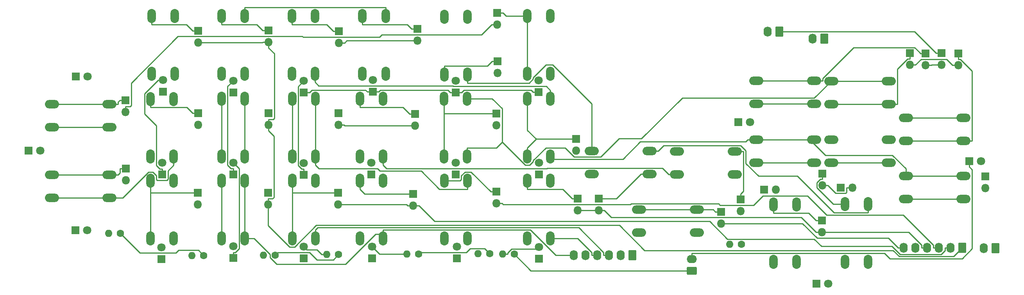
<source format=gbr>
%TF.GenerationSoftware,KiCad,Pcbnew,7.0.9*%
%TF.CreationDate,2023-12-03T09:41:01+10:00*%
%TF.ProjectId,UFC,5546432e-6b69-4636-9164-5f7063625858,rev?*%
%TF.SameCoordinates,Original*%
%TF.FileFunction,Copper,L1,Top*%
%TF.FilePolarity,Positive*%
%FSLAX46Y46*%
G04 Gerber Fmt 4.6, Leading zero omitted, Abs format (unit mm)*
G04 Created by KiCad (PCBNEW 7.0.9) date 2023-12-03 09:41:01*
%MOMM*%
%LPD*%
G01*
G04 APERTURE LIST*
G04 Aperture macros list*
%AMRoundRect*
0 Rectangle with rounded corners*
0 $1 Rounding radius*
0 $2 $3 $4 $5 $6 $7 $8 $9 X,Y pos of 4 corners*
0 Add a 4 corners polygon primitive as box body*
4,1,4,$2,$3,$4,$5,$6,$7,$8,$9,$2,$3,0*
0 Add four circle primitives for the rounded corners*
1,1,$1+$1,$2,$3*
1,1,$1+$1,$4,$5*
1,1,$1+$1,$6,$7*
1,1,$1+$1,$8,$9*
0 Add four rect primitives between the rounded corners*
20,1,$1+$1,$2,$3,$4,$5,0*
20,1,$1+$1,$4,$5,$6,$7,0*
20,1,$1+$1,$6,$7,$8,$9,0*
20,1,$1+$1,$8,$9,$2,$3,0*%
G04 Aperture macros list end*
%TA.AperFunction,ComponentPad*%
%ADD10C,1.600000*%
%TD*%
%TA.AperFunction,ComponentPad*%
%ADD11O,1.600000X1.600000*%
%TD*%
%TA.AperFunction,ComponentPad*%
%ADD12R,1.800000X1.800000*%
%TD*%
%TA.AperFunction,ComponentPad*%
%ADD13C,1.800000*%
%TD*%
%TA.AperFunction,ComponentPad*%
%ADD14O,1.800000X1.800000*%
%TD*%
%TA.AperFunction,ComponentPad*%
%ADD15RoundRect,0.250000X0.845000X-0.620000X0.845000X0.620000X-0.845000X0.620000X-0.845000X-0.620000X0*%
%TD*%
%TA.AperFunction,ComponentPad*%
%ADD16O,2.190000X1.740000*%
%TD*%
%TA.AperFunction,ComponentPad*%
%ADD17O,1.850000X3.048000*%
%TD*%
%TA.AperFunction,ComponentPad*%
%ADD18O,3.048000X1.850000*%
%TD*%
%TA.AperFunction,ComponentPad*%
%ADD19RoundRect,0.250000X0.620000X0.845000X-0.620000X0.845000X-0.620000X-0.845000X0.620000X-0.845000X0*%
%TD*%
%TA.AperFunction,ComponentPad*%
%ADD20O,1.740000X2.190000*%
%TD*%
%TA.AperFunction,Conductor*%
%ADD21C,0.250000*%
%TD*%
G04 APERTURE END LIST*
D10*
%TO.P,R8,1*%
%TO.N,/BACKLIGHTING/BACKLIGHT_+12V*%
X56700000Y-88010000D03*
D11*
%TO.P,R8,2*%
%TO.N,Net-(D55-A)*%
X54160000Y-88010000D03*
%TD*%
D12*
%TO.P,D57,1,K*%
%TO.N,/BACKLIGHTING/BACKLIGHT_GND*%
X46925000Y-87260000D03*
D13*
%TO.P,D57,2,A*%
%TO.N,Net-(D56-K)*%
X49465000Y-87260000D03*
%TD*%
D12*
%TO.P,D56,1,K*%
%TO.N,Net-(D56-K)*%
X36785000Y-70070000D03*
D13*
%TO.P,D56,2,A*%
%TO.N,Net-(D55-K)*%
X39325000Y-70070000D03*
%TD*%
D12*
%TO.P,D55,1,K*%
%TO.N,Net-(D55-K)*%
X47045000Y-53950000D03*
D13*
%TO.P,D55,2,A*%
%TO.N,Net-(D55-A)*%
X49585000Y-53950000D03*
%TD*%
D12*
%TO.P,D51,1,K*%
%TO.N,Net-(D51-K)*%
X186800000Y-83280000D03*
D14*
%TO.P,D51,2,A*%
%TO.N,/COL5*%
X186800000Y-85820000D03*
%TD*%
D12*
%TO.P,D32,1,K*%
%TO.N,Net-(D32-K)*%
X244010000Y-75600000D03*
D14*
%TO.P,D32,2,A*%
%TO.N,/COL5*%
X244010000Y-78140000D03*
%TD*%
D12*
%TO.P,D31,1,K*%
%TO.N,Net-(D31-K)*%
X238200000Y-48980000D03*
D14*
%TO.P,D31,2,A*%
%TO.N,/COL4*%
X238200000Y-51520000D03*
%TD*%
D12*
%TO.P,D30,1,K*%
%TO.N,Net-(D30-K)*%
X212700000Y-78050000D03*
D14*
%TO.P,D30,2,A*%
%TO.N,/COL4*%
X215240000Y-78050000D03*
%TD*%
D12*
%TO.P,D29,1,K*%
%TO.N,Net-(D29-K)*%
X227670000Y-48880000D03*
D14*
%TO.P,D29,2,A*%
%TO.N,/COL4*%
X227670000Y-51420000D03*
%TD*%
D12*
%TO.P,D28,1,K*%
%TO.N,Net-(D28-K)*%
X208760000Y-75020000D03*
D14*
%TO.P,D28,2,A*%
%TO.N,/COL4*%
X208760000Y-77560000D03*
%TD*%
D12*
%TO.P,D27,1,K*%
%TO.N,Net-(D27-K)*%
X196110000Y-78460000D03*
D14*
%TO.P,D27,2,A*%
%TO.N,/COL4*%
X198650000Y-78460000D03*
%TD*%
D12*
%TO.P,D26,1,K*%
%TO.N,Net-(D26-K)*%
X231130000Y-48950000D03*
D14*
%TO.P,D26,2,A*%
%TO.N,/COL3*%
X231130000Y-51490000D03*
%TD*%
D12*
%TO.P,D25,1,K*%
%TO.N,Net-(D25-K)*%
X191020000Y-80640000D03*
D14*
%TO.P,D25,2,A*%
%TO.N,/COL4*%
X191020000Y-83180000D03*
%TD*%
D12*
%TO.P,D24,1,K*%
%TO.N,Net-(D24-K)*%
X155770000Y-80420000D03*
D14*
%TO.P,D24,2,A*%
%TO.N,/COL3*%
X155770000Y-82960000D03*
%TD*%
D12*
%TO.P,D23,1,K*%
%TO.N,Net-(D23-K)*%
X120130000Y-79450000D03*
D14*
%TO.P,D23,2,A*%
%TO.N,/COL1*%
X120130000Y-81990000D03*
%TD*%
D12*
%TO.P,D22,1,K*%
%TO.N,Net-(D22-K)*%
X103890000Y-61920000D03*
D14*
%TO.P,D22,2,A*%
%TO.N,/COL1*%
X103890000Y-64460000D03*
%TD*%
D12*
%TO.P,D21,1,K*%
%TO.N,Net-(D21-K)*%
X121020000Y-43640000D03*
D14*
%TO.P,D21,2,A*%
%TO.N,/COL1*%
X121020000Y-46180000D03*
%TD*%
D12*
%TO.P,D19,1,K*%
%TO.N,Net-(D19-K)*%
X208630000Y-85200000D03*
D14*
%TO.P,D19,2,A*%
%TO.N,/COL3*%
X208630000Y-87740000D03*
%TD*%
D12*
%TO.P,D18,1,K*%
%TO.N,Net-(D18-K)*%
X234590000Y-48880000D03*
D14*
%TO.P,D18,2,A*%
%TO.N,/COL3*%
X234590000Y-51420000D03*
%TD*%
D12*
%TO.P,D17,1,K*%
%TO.N,Net-(D17-K)*%
X160280000Y-80480000D03*
D14*
%TO.P,D17,2,A*%
%TO.N,/COL3*%
X160280000Y-83020000D03*
%TD*%
D12*
%TO.P,D16,1,K*%
%TO.N,Net-(D16-K)*%
X103830000Y-79170000D03*
D14*
%TO.P,D16,2,A*%
%TO.N,/COL1*%
X103830000Y-81710000D03*
%TD*%
D12*
%TO.P,D15,1,K*%
%TO.N,Net-(D15-K)*%
X120540000Y-62050000D03*
D14*
%TO.P,D15,2,A*%
%TO.N,/COL1*%
X120540000Y-64590000D03*
%TD*%
D12*
%TO.P,D14,1,K*%
%TO.N,Net-(D14-K)*%
X104020000Y-44100000D03*
D14*
%TO.P,D14,2,A*%
%TO.N,/COL1*%
X104020000Y-46640000D03*
%TD*%
D12*
%TO.P,D13,1,K*%
%TO.N,Net-(D13-K)*%
X155370000Y-67530000D03*
D14*
%TO.P,D13,2,A*%
%TO.N,/COL3*%
X155370000Y-70070000D03*
%TD*%
D12*
%TO.P,D12,1,K*%
%TO.N,Net-(D12-K)*%
X138330000Y-40110000D03*
D14*
%TO.P,D12,2,A*%
%TO.N,/COL2*%
X138330000Y-42650000D03*
%TD*%
D12*
%TO.P,D11,1,K*%
%TO.N,Net-(D11-K)*%
X88650000Y-79150000D03*
D14*
%TO.P,D11,2,A*%
%TO.N,/COL0*%
X88650000Y-81690000D03*
%TD*%
D12*
%TO.P,D10,1,K*%
%TO.N,Net-(D10-K)*%
X88780000Y-61940000D03*
D14*
%TO.P,D10,2,A*%
%TO.N,/COL0*%
X88780000Y-64480000D03*
%TD*%
D12*
%TO.P,D9,1,K*%
%TO.N,Net-(D9-K)*%
X88760000Y-43970000D03*
D14*
%TO.P,D9,2,A*%
%TO.N,/COL0*%
X88760000Y-46510000D03*
%TD*%
D12*
%TO.P,D8,1,K*%
%TO.N,Net-(D8-K)*%
X138140000Y-78960000D03*
D14*
%TO.P,D8,2,A*%
%TO.N,/COL2*%
X138140000Y-81500000D03*
%TD*%
D12*
%TO.P,D7,1,K*%
%TO.N,Net-(D7-K)*%
X138150000Y-61960000D03*
D14*
%TO.P,D7,2,A*%
%TO.N,/COL2*%
X138150000Y-64500000D03*
%TD*%
D12*
%TO.P,D6,1,K*%
%TO.N,Net-(D6-K)*%
X138400000Y-50630000D03*
D14*
%TO.P,D6,2,A*%
%TO.N,/COL2*%
X138400000Y-53170000D03*
%TD*%
D12*
%TO.P,D5,1,K*%
%TO.N,Net-(D5-K)*%
X73430000Y-79170000D03*
D14*
%TO.P,D5,2,A*%
%TO.N,/COL0*%
X73430000Y-81710000D03*
%TD*%
D12*
%TO.P,D4,1,K*%
%TO.N,Net-(D4-K)*%
X73530000Y-61880000D03*
D14*
%TO.P,D4,2,A*%
%TO.N,/COL0*%
X73530000Y-64420000D03*
%TD*%
D12*
%TO.P,D3,1,K*%
%TO.N,Net-(D3-K)*%
X73530000Y-44030000D03*
D14*
%TO.P,D3,2,A*%
%TO.N,/COL0*%
X73530000Y-46570000D03*
%TD*%
D12*
%TO.P,D2,1,K*%
%TO.N,Net-(D2-K)*%
X57840000Y-73910000D03*
D14*
%TO.P,D2,2,A*%
%TO.N,/COL2*%
X57840000Y-76450000D03*
%TD*%
D12*
%TO.P,D1,1,K*%
%TO.N,Net-(D1-K)*%
X57790000Y-59110000D03*
D14*
%TO.P,D1,2,A*%
%TO.N,/COL2*%
X57790000Y-61650000D03*
%TD*%
D10*
%TO.P,R7,1*%
%TO.N,/BACKLIGHTING/BACKLIGHT_+12V*%
X191190000Y-90360000D03*
D11*
%TO.P,R7,2*%
%TO.N,Net-(D52-A)*%
X188650000Y-90360000D03*
%TD*%
D12*
%TO.P,D54,1,K*%
%TO.N,/BACKLIGHTING/BACKLIGHT_GND*%
X240535000Y-72300000D03*
D13*
%TO.P,D54,2,A*%
%TO.N,Net-(D53-K)*%
X243075000Y-72300000D03*
%TD*%
D12*
%TO.P,D53,1,K*%
%TO.N,Net-(D53-K)*%
X207500000Y-98930000D03*
D13*
%TO.P,D53,2,A*%
%TO.N,Net-(D52-K)*%
X210040000Y-98930000D03*
%TD*%
D12*
%TO.P,D52,1,K*%
%TO.N,Net-(D52-K)*%
X190520000Y-63880000D03*
D13*
%TO.P,D52,2,A*%
%TO.N,Net-(D52-A)*%
X193060000Y-63880000D03*
%TD*%
D10*
%TO.P,R6,1*%
%TO.N,/BACKLIGHTING/BACKLIGHT_+12V*%
X142015000Y-92500000D03*
D11*
%TO.P,R6,2*%
%TO.N,Net-(D38-A)*%
X139475000Y-92500000D03*
%TD*%
D10*
%TO.P,R5,1*%
%TO.N,/BACKLIGHTING/BACKLIGHT_+12V*%
X136730000Y-92400000D03*
D11*
%TO.P,R5,2*%
%TO.N,Net-(D37-A)*%
X134190000Y-92400000D03*
%TD*%
D10*
%TO.P,R4,1*%
%TO.N,/BACKLIGHTING/BACKLIGHT_+12V*%
X121240000Y-92460000D03*
D11*
%TO.P,R4,2*%
%TO.N,Net-(D36-A)*%
X118700000Y-92460000D03*
%TD*%
D10*
%TO.P,R3,1*%
%TO.N,/BACKLIGHTING/BACKLIGHT_+12V*%
X103950000Y-92590000D03*
D11*
%TO.P,R3,2*%
%TO.N,Net-(D35-A)*%
X101410000Y-92590000D03*
%TD*%
D10*
%TO.P,R2,1*%
%TO.N,/BACKLIGHTING/BACKLIGHT_+12V*%
X90240000Y-92740000D03*
D11*
%TO.P,R2,2*%
%TO.N,Net-(D34-A)*%
X87700000Y-92740000D03*
%TD*%
D10*
%TO.P,R1,1*%
%TO.N,/BACKLIGHTING/BACKLIGHT_+12V*%
X74755000Y-92800000D03*
D11*
%TO.P,R1,2*%
%TO.N,Net-(D33-A)*%
X72215000Y-92800000D03*
%TD*%
D15*
%TO.P,J5,1,Pin_1*%
%TO.N,/BACKLIGHTING/BACKLIGHT_+12V*%
X180430000Y-96080000D03*
D16*
%TO.P,J5,2,Pin_2*%
%TO.N,/BACKLIGHTING/BACKLIGHT_GND*%
X180430000Y-93540000D03*
%TD*%
D12*
%TO.P,D50,1,K*%
%TO.N,/BACKLIGHTING/BACKLIGHT_GND*%
X147310000Y-57305000D03*
D13*
%TO.P,D50,2,A*%
%TO.N,Net-(D44-K)*%
X147310000Y-54765000D03*
%TD*%
D12*
%TO.P,D49,1,K*%
%TO.N,/BACKLIGHTING/BACKLIGHT_GND*%
X129360000Y-57400000D03*
D13*
%TO.P,D49,2,A*%
%TO.N,Net-(D43-K)*%
X129360000Y-54860000D03*
%TD*%
D12*
%TO.P,D48,1,K*%
%TO.N,/BACKLIGHTING/BACKLIGHT_GND*%
X111390000Y-57245000D03*
D13*
%TO.P,D48,2,A*%
%TO.N,Net-(D42-K)*%
X111390000Y-54705000D03*
%TD*%
D12*
%TO.P,D47,1,K*%
%TO.N,/BACKLIGHTING/BACKLIGHT_GND*%
X96430000Y-57430000D03*
D13*
%TO.P,D47,2,A*%
%TO.N,Net-(D41-K)*%
X96430000Y-54890000D03*
%TD*%
D12*
%TO.P,D46,1,K*%
%TO.N,/BACKLIGHTING/BACKLIGHT_GND*%
X81140000Y-57375000D03*
D13*
%TO.P,D46,2,A*%
%TO.N,Net-(D40-K)*%
X81140000Y-54835000D03*
%TD*%
D12*
%TO.P,D45,1,K*%
%TO.N,/BACKLIGHTING/BACKLIGHT_GND*%
X65910000Y-57235000D03*
D13*
%TO.P,D45,2,A*%
%TO.N,Net-(D39-K)*%
X65910000Y-54695000D03*
%TD*%
D12*
%TO.P,D44,1,K*%
%TO.N,Net-(D44-K)*%
X147350000Y-75225000D03*
D13*
%TO.P,D44,2,A*%
%TO.N,Net-(D38-K)*%
X147350000Y-72685000D03*
%TD*%
D12*
%TO.P,D43,1,K*%
%TO.N,Net-(D43-K)*%
X129320000Y-75185000D03*
D13*
%TO.P,D43,2,A*%
%TO.N,Net-(D37-K)*%
X129320000Y-72645000D03*
%TD*%
%TO.P,D42,2,A*%
%TO.N,Net-(D36-K)*%
X111050000Y-72670000D03*
D12*
%TO.P,D42,1,K*%
%TO.N,Net-(D42-K)*%
X111050000Y-75210000D03*
%TD*%
%TO.P,D41,1,K*%
%TO.N,Net-(D41-K)*%
X96400000Y-75250000D03*
D13*
%TO.P,D41,2,A*%
%TO.N,Net-(D35-K)*%
X96400000Y-72710000D03*
%TD*%
D12*
%TO.P,D40,1,K*%
%TO.N,Net-(D40-K)*%
X81140000Y-75185000D03*
D13*
%TO.P,D40,2,A*%
%TO.N,Net-(D34-K)*%
X81140000Y-72645000D03*
%TD*%
D12*
%TO.P,D39,1,K*%
%TO.N,Net-(D39-K)*%
X65720000Y-75225000D03*
D13*
%TO.P,D39,2,A*%
%TO.N,Net-(D33-K)*%
X65720000Y-72685000D03*
%TD*%
D12*
%TO.P,D38,1,K*%
%TO.N,Net-(D38-K)*%
X147390000Y-93445000D03*
D13*
%TO.P,D38,2,A*%
%TO.N,Net-(D38-A)*%
X147390000Y-90905000D03*
%TD*%
D12*
%TO.P,D37,1,K*%
%TO.N,Net-(D37-K)*%
X129580000Y-93375000D03*
D13*
%TO.P,D37,2,A*%
%TO.N,Net-(D37-A)*%
X129580000Y-90835000D03*
%TD*%
D12*
%TO.P,D36,1,K*%
%TO.N,Net-(D36-K)*%
X111180000Y-93360000D03*
D13*
%TO.P,D36,2,A*%
%TO.N,Net-(D36-A)*%
X111180000Y-90820000D03*
%TD*%
D12*
%TO.P,D35,1,K*%
%TO.N,Net-(D35-K)*%
X96370000Y-93380000D03*
D13*
%TO.P,D35,2,A*%
%TO.N,Net-(D35-A)*%
X96370000Y-90840000D03*
%TD*%
D12*
%TO.P,D34,1,K*%
%TO.N,Net-(D34-K)*%
X81120000Y-93345000D03*
D13*
%TO.P,D34,2,A*%
%TO.N,Net-(D34-A)*%
X81120000Y-90805000D03*
%TD*%
D12*
%TO.P,D33,1,K*%
%TO.N,Net-(D33-K)*%
X65610000Y-93540000D03*
D13*
%TO.P,D33,2,A*%
%TO.N,Net-(D33-A)*%
X65610000Y-91000000D03*
%TD*%
D17*
%TO.P,SW10,1,1*%
%TO.N,Net-(D10-K)*%
X78640000Y-71300000D03*
X78640000Y-58800000D03*
%TO.P,SW10,2,2*%
%TO.N,/ROW4*%
X83640000Y-71300000D03*
X83640000Y-58800000D03*
%TD*%
%TO.P,SW8,1,1*%
%TO.N,Net-(D8-K)*%
X126870000Y-89060000D03*
X126870000Y-76560000D03*
%TO.P,SW8,2,2*%
%TO.N,/ROW4*%
X131870000Y-89060000D03*
X131870000Y-76560000D03*
%TD*%
D18*
%TO.P,SW32,1,1*%
%TO.N,Net-(D51-K)*%
X169040000Y-82850000D03*
X181540000Y-82850000D03*
%TO.P,SW32,2,2*%
%TO.N,/ROW1*%
X169040000Y-87850000D03*
X181540000Y-87850000D03*
%TD*%
D17*
%TO.P,SW19,1,1*%
%TO.N,Net-(D19-K)*%
X198180000Y-94190000D03*
X198180000Y-81690000D03*
%TO.P,SW19,2,2*%
%TO.N,/ROW4*%
X203180000Y-94190000D03*
X203180000Y-81690000D03*
%TD*%
D18*
%TO.P,SW30,1,1*%
%TO.N,Net-(D31-K)*%
X239330000Y-67920000D03*
X226830000Y-67920000D03*
%TO.P,SW30,2,2*%
%TO.N,/ROW5*%
X239330000Y-62920000D03*
X226830000Y-62920000D03*
%TD*%
D17*
%TO.P,SW11,1,1*%
%TO.N,Net-(D11-K)*%
X78640000Y-89080000D03*
X78640000Y-76580000D03*
%TO.P,SW11,2,2*%
%TO.N,/ROW5*%
X83640000Y-89080000D03*
X83640000Y-76580000D03*
%TD*%
D18*
%TO.P,SW26,1,1*%
%TO.N,Net-(D27-K)*%
X206940000Y-72640000D03*
X194440000Y-72640000D03*
%TO.P,SW26,2,2*%
%TO.N,/ROW0*%
X206940000Y-67640000D03*
X194440000Y-67640000D03*
%TD*%
%TO.P,SW24,1,1*%
%TO.N,Net-(D25-K)*%
X177280000Y-70160000D03*
X189780000Y-70160000D03*
%TO.P,SW24,2,2*%
%TO.N,/ROW1*%
X177280000Y-75160000D03*
X189780000Y-75160000D03*
%TD*%
D17*
%TO.P,SW21,1,1*%
%TO.N,Net-(D22-K)*%
X93920000Y-71310000D03*
X93920000Y-58810000D03*
%TO.P,SW21,2,2*%
%TO.N,/ROW4*%
X98920000Y-71310000D03*
X98920000Y-58810000D03*
%TD*%
%TO.P,SW13,1,1*%
%TO.N,Net-(D13-K)*%
X144850000Y-71300000D03*
X144850000Y-58800000D03*
%TO.P,SW13,2,2*%
%TO.N,/ROW0*%
X149850000Y-71300000D03*
X149850000Y-58800000D03*
%TD*%
%TO.P,SW22,1,1*%
%TO.N,Net-(D23-K)*%
X108560000Y-89060000D03*
X108560000Y-76560000D03*
%TO.P,SW22,2,2*%
%TO.N,/ROW5*%
X113560000Y-89060000D03*
X113560000Y-76560000D03*
%TD*%
%TO.P,SW16,1,1*%
%TO.N,Net-(D16-K)*%
X93900000Y-89090000D03*
X93900000Y-76590000D03*
%TO.P,SW16,2,2*%
%TO.N,/ROW2*%
X98900000Y-89090000D03*
X98900000Y-76590000D03*
%TD*%
%TO.P,SW23,1,1*%
%TO.N,Net-(D24-K)*%
X144840000Y-89060000D03*
X144840000Y-76560000D03*
%TO.P,SW23,2,2*%
%TO.N,/ROW3*%
X149840000Y-89060000D03*
X149840000Y-76560000D03*
%TD*%
D18*
%TO.P,SW31,1,1*%
%TO.N,Net-(D32-K)*%
X239330000Y-80560000D03*
X226830000Y-80560000D03*
%TO.P,SW31,2,2*%
%TO.N,/ROW0*%
X239330000Y-75560000D03*
X226830000Y-75560000D03*
%TD*%
D17*
%TO.P,SW4,1,1*%
%TO.N,Net-(D4-K)*%
X63210000Y-71320000D03*
X63210000Y-58820000D03*
%TO.P,SW4,2,2*%
%TO.N,/ROW1*%
X68210000Y-71320000D03*
X68210000Y-58820000D03*
%TD*%
%TO.P,SW6,1,1*%
%TO.N,Net-(D6-K)*%
X126880000Y-53490000D03*
X126880000Y-40990000D03*
%TO.P,SW6,2,2*%
%TO.N,/ROW2*%
X131880000Y-53490000D03*
X131880000Y-40990000D03*
%TD*%
D18*
%TO.P,SW1,1,1*%
%TO.N,Net-(D1-K)*%
X41840000Y-59990000D03*
X54340000Y-59990000D03*
%TO.P,SW1,2,2*%
%TO.N,/ROW0*%
X41840000Y-64990000D03*
X54340000Y-64990000D03*
%TD*%
D17*
%TO.P,SW27,1,1*%
%TO.N,Net-(D28-K)*%
X213640000Y-94150000D03*
X213640000Y-81650000D03*
%TO.P,SW27,2,2*%
%TO.N,/ROW2*%
X218640000Y-94150000D03*
X218640000Y-81650000D03*
%TD*%
%TO.P,SW15,1,1*%
%TO.N,Net-(D15-K)*%
X108540000Y-71300000D03*
X108540000Y-58800000D03*
%TO.P,SW15,2,2*%
%TO.N,/ROW1*%
X113540000Y-71300000D03*
X113540000Y-58800000D03*
%TD*%
%TO.P,SW20,1,1*%
%TO.N,Net-(D21-K)*%
X109130000Y-53310000D03*
X109130000Y-40810000D03*
%TO.P,SW20,2,2*%
%TO.N,/ROW3*%
X114130000Y-53310000D03*
X114130000Y-40810000D03*
%TD*%
%TO.P,SW5,1,1*%
%TO.N,Net-(D5-K)*%
X63220000Y-89090000D03*
X63220000Y-76590000D03*
%TO.P,SW5,2,2*%
%TO.N,/ROW2*%
X68220000Y-89090000D03*
X68220000Y-76590000D03*
%TD*%
D18*
%TO.P,SW25,1,1*%
%TO.N,Net-(D26-K)*%
X194440000Y-54910000D03*
X206940000Y-54910000D03*
%TO.P,SW25,2,2*%
%TO.N,/ROW5*%
X194440000Y-59910000D03*
X206940000Y-59910000D03*
%TD*%
D17*
%TO.P,SW14,1,1*%
%TO.N,Net-(D14-K)*%
X93880000Y-53320000D03*
X93880000Y-40820000D03*
%TO.P,SW14,2,2*%
%TO.N,/ROW0*%
X98880000Y-53320000D03*
X98880000Y-40820000D03*
%TD*%
D18*
%TO.P,SW17,1,1*%
%TO.N,Net-(D17-K)*%
X171310000Y-75140000D03*
X158810000Y-75140000D03*
%TO.P,SW17,2,2*%
%TO.N,/ROW2*%
X171310000Y-70140000D03*
X158810000Y-70140000D03*
%TD*%
D17*
%TO.P,SW9,1,1*%
%TO.N,Net-(D9-K)*%
X78630000Y-53330000D03*
X78630000Y-40830000D03*
%TO.P,SW9,2,2*%
%TO.N,/ROW3*%
X83630000Y-53330000D03*
X83630000Y-40830000D03*
%TD*%
D18*
%TO.P,SW2,1,1*%
%TO.N,Net-(D2-K)*%
X41830000Y-75260000D03*
X54330000Y-75260000D03*
%TO.P,SW2,2,2*%
%TO.N,/ROW1*%
X41830000Y-80260000D03*
X54330000Y-80260000D03*
%TD*%
%TO.P,SW28,1,1*%
%TO.N,Net-(D29-K)*%
X223150000Y-59930000D03*
X210650000Y-59930000D03*
%TO.P,SW28,2,2*%
%TO.N,/ROW3*%
X223150000Y-54930000D03*
X210650000Y-54930000D03*
%TD*%
D17*
%TO.P,SW7,1,1*%
%TO.N,Net-(D7-K)*%
X126790000Y-71260000D03*
X126790000Y-58760000D03*
%TO.P,SW7,2,2*%
%TO.N,/ROW3*%
X131790000Y-71260000D03*
X131790000Y-58760000D03*
%TD*%
%TO.P,SW12,1,1*%
%TO.N,Net-(D12-K)*%
X144820000Y-53330000D03*
X144820000Y-40830000D03*
%TO.P,SW12,2,2*%
%TO.N,/ROW5*%
X149820000Y-53330000D03*
X149820000Y-40830000D03*
%TD*%
D18*
%TO.P,SW29,1,1*%
%TO.N,Net-(D30-K)*%
X210670000Y-67660000D03*
X223170000Y-67660000D03*
%TO.P,SW29,2,2*%
%TO.N,/ROW4*%
X210670000Y-72660000D03*
X223170000Y-72660000D03*
%TD*%
D17*
%TO.P,SW3,1,1*%
%TO.N,Net-(D3-K)*%
X63480000Y-53330000D03*
X63480000Y-40830000D03*
%TO.P,SW3,2,2*%
%TO.N,/ROW0*%
X68480000Y-53330000D03*
X68480000Y-40830000D03*
%TD*%
D19*
%TO.P,D20,1,K*%
%TO.N,/CAUTION_LED-*%
X209200000Y-45730000D03*
D20*
%TO.P,D20,2,A*%
%TO.N,/CAUTION_LED+*%
X206660000Y-45730000D03*
%TD*%
D19*
%TO.P,SW18,1,1*%
%TO.N,Net-(D18-K)*%
X199460000Y-44220000D03*
D20*
%TO.P,SW18,2,2*%
%TO.N,/ROW1*%
X196920000Y-44220000D03*
%TD*%
D19*
%TO.P,J1,1,Pin_1*%
%TO.N,/CAUTION_LED+*%
X246280000Y-91160000D03*
D20*
%TO.P,J1,2,Pin_2*%
%TO.N,/CAUTION_LED-*%
X243740000Y-91160000D03*
%TD*%
D19*
%TO.P,J3,1,Pin_1*%
%TO.N,/ROW0*%
X167610000Y-92720000D03*
D20*
%TO.P,J3,2,Pin_2*%
%TO.N,/ROW1*%
X165070000Y-92720000D03*
%TO.P,J3,3,Pin_3*%
%TO.N,/ROW2*%
X162530000Y-92720000D03*
%TO.P,J3,4,Pin_4*%
%TO.N,/ROW3*%
X159990000Y-92720000D03*
%TO.P,J3,5,Pin_5*%
%TO.N,/ROW4*%
X157450000Y-92720000D03*
%TO.P,J3,6,Pin_6*%
%TO.N,/ROW5*%
X154910000Y-92720000D03*
%TD*%
D19*
%TO.P,J2,1,Pin_1*%
%TO.N,/COL0*%
X239070000Y-91140000D03*
D20*
%TO.P,J2,2,Pin_2*%
%TO.N,/COL1*%
X236530000Y-91140000D03*
%TO.P,J2,3,Pin_3*%
%TO.N,/COL2*%
X233990000Y-91140000D03*
%TO.P,J2,4,Pin_4*%
%TO.N,/COL3*%
X231450000Y-91140000D03*
%TO.P,J2,5,Pin_5*%
%TO.N,/COL4*%
X228910000Y-91140000D03*
%TO.P,J2,6,Pin_6*%
%TO.N,/COL5*%
X226370000Y-91140000D03*
%TD*%
D21*
%TO.N,/BACKLIGHTING/BACKLIGHT_+12V*%
X60922600Y-92232600D02*
X56700000Y-88010000D01*
X68715800Y-92232600D02*
X60922600Y-92232600D01*
X69289800Y-91658600D02*
X68715800Y-92232600D01*
X73613600Y-91658600D02*
X69289800Y-91658600D01*
X74755000Y-92800000D02*
X73613600Y-91658600D01*
X121610300Y-92089700D02*
X121240000Y-92460000D01*
X131636800Y-92089700D02*
X121610300Y-92089700D01*
X132452900Y-91273600D02*
X131636800Y-92089700D01*
X135603600Y-91273600D02*
X132452900Y-91273600D01*
X136730000Y-92400000D02*
X135603600Y-91273600D01*
X145595000Y-96080000D02*
X142015000Y-92500000D01*
X180430000Y-96080000D02*
X145595000Y-96080000D01*
X90825400Y-92154600D02*
X90240000Y-92740000D01*
X97684600Y-92154600D02*
X90825400Y-92154600D01*
X99246700Y-93716700D02*
X97684600Y-92154600D01*
X102823300Y-93716700D02*
X99246700Y-93716700D01*
X103950000Y-92590000D02*
X102823300Y-93716700D01*
%TO.N,/BACKLIGHTING/BACKLIGHT_GND*%
X147310000Y-57305000D02*
X146084700Y-57305000D01*
X127645300Y-56910600D02*
X128134700Y-57400000D01*
X112949700Y-56910600D02*
X127645300Y-56910600D01*
X112615300Y-57245000D02*
X112949700Y-56910600D01*
X131076200Y-56909100D02*
X130585300Y-57400000D01*
X145688800Y-56909100D02*
X131076200Y-56909100D01*
X146084700Y-57305000D02*
X145688800Y-56909100D01*
X129360000Y-57400000D02*
X130585300Y-57400000D01*
X111390000Y-57245000D02*
X112615300Y-57245000D01*
X129360000Y-57400000D02*
X128134700Y-57400000D01*
X109796700Y-56877000D02*
X110164700Y-57245000D01*
X98208300Y-56877000D02*
X109796700Y-56877000D01*
X97655300Y-57430000D02*
X98208300Y-56877000D01*
X96430000Y-57430000D02*
X97655300Y-57430000D01*
X111390000Y-57245000D02*
X110164700Y-57245000D01*
X241192300Y-74182600D02*
X240535000Y-73525300D01*
X241192300Y-91299900D02*
X241192300Y-74182600D01*
X239031100Y-93461100D02*
X241192300Y-91299900D01*
X223376900Y-93461100D02*
X239031100Y-93461100D01*
X222216400Y-92300600D02*
X223376900Y-93461100D01*
X180474100Y-92300600D02*
X222216400Y-92300600D01*
X180430000Y-92344700D02*
X180474100Y-92300600D01*
X180430000Y-93540000D02*
X180430000Y-92344700D01*
X240535000Y-72300000D02*
X240535000Y-73525300D01*
%TO.N,Net-(D41-K)*%
X95170300Y-56149700D02*
X96430000Y-54890000D01*
X95170300Y-73254500D02*
X95170300Y-56149700D01*
X95940500Y-74024700D02*
X95170300Y-73254500D01*
X96400000Y-74024700D02*
X95940500Y-74024700D01*
X96400000Y-75250000D02*
X96400000Y-74024700D01*
%TO.N,Net-(D40-K)*%
X79914600Y-56060400D02*
X81140000Y-54835000D01*
X79914600Y-73193800D02*
X79914600Y-56060400D01*
X80680500Y-73959700D02*
X79914600Y-73193800D01*
X81140000Y-73959700D02*
X80680500Y-73959700D01*
X81140000Y-75185000D02*
X81140000Y-73959700D01*
%TO.N,Net-(D39-K)*%
X64903200Y-54695000D02*
X65910000Y-54695000D01*
X61949400Y-57648800D02*
X64903200Y-54695000D01*
X61949400Y-62034200D02*
X61949400Y-57648800D01*
X64494700Y-64579500D02*
X61949400Y-62034200D01*
X64494700Y-73234000D02*
X64494700Y-64579500D01*
X65260400Y-73999700D02*
X64494700Y-73234000D01*
X65720000Y-73999700D02*
X65260400Y-73999700D01*
X65720000Y-75225000D02*
X65720000Y-73999700D01*
%TO.N,Net-(D38-A)*%
X140600300Y-92218600D02*
X140600300Y-92500000D01*
X141444200Y-91374700D02*
X140600300Y-92218600D01*
X146920300Y-91374700D02*
X141444200Y-91374700D01*
X147390000Y-90905000D02*
X146920300Y-91374700D01*
X139475000Y-92500000D02*
X140600300Y-92500000D01*
%TO.N,Net-(D36-A)*%
X112820000Y-92460000D02*
X118700000Y-92460000D01*
X111180000Y-90820000D02*
X112820000Y-92460000D01*
%TO.N,Net-(D35-A)*%
X99258600Y-91563900D02*
X100284700Y-92590000D01*
X97093900Y-91563900D02*
X99258600Y-91563900D01*
X96370000Y-90840000D02*
X97093900Y-91563900D01*
X101410000Y-92590000D02*
X100284700Y-92590000D01*
%TO.N,Net-(D34-K)*%
X82389600Y-73894600D02*
X81140000Y-72645000D01*
X82389600Y-91309600D02*
X82389600Y-73894600D01*
X81579500Y-92119700D02*
X82389600Y-91309600D01*
X81120000Y-92119700D02*
X81579500Y-92119700D01*
X81120000Y-93345000D02*
X81120000Y-92119700D01*
%TO.N,Net-(D26-K)*%
X231130000Y-48950000D02*
X229904700Y-48950000D01*
X194440000Y-54910000D02*
X206940000Y-54910000D01*
X229904700Y-48796800D02*
X229904700Y-48950000D01*
X228762500Y-47654600D02*
X229904700Y-48796800D01*
X215539000Y-47654600D02*
X228762500Y-47654600D01*
X208789300Y-54404300D02*
X215539000Y-47654600D01*
X208789300Y-54910000D02*
X208789300Y-54404300D01*
X206940000Y-54910000D02*
X208789300Y-54910000D01*
%TO.N,Net-(D51-K)*%
X185144700Y-82850000D02*
X185574700Y-83280000D01*
X181540000Y-82850000D02*
X185144700Y-82850000D01*
X186800000Y-83280000D02*
X185574700Y-83280000D01*
X169040000Y-82850000D02*
X181540000Y-82850000D01*
%TO.N,/ROW5*%
X226830000Y-62920000D02*
X239330000Y-62920000D01*
X206940000Y-59910000D02*
X205090700Y-59910000D01*
X194440000Y-59910000D02*
X205090700Y-59910000D01*
X154910000Y-92720000D02*
X153714700Y-92720000D01*
X83640000Y-89080000D02*
X83640000Y-76580000D01*
X145505500Y-87210700D02*
X113560000Y-87210700D01*
X151014800Y-92720000D02*
X145505500Y-87210700D01*
X153714700Y-92720000D02*
X151014800Y-92720000D01*
X113560000Y-89060000D02*
X113560000Y-88135300D01*
X113560000Y-88135300D02*
X113560000Y-87210700D01*
X85673000Y-89080000D02*
X83640000Y-89080000D01*
X89114600Y-92521600D02*
X85673000Y-89080000D01*
X89114600Y-93249200D02*
X89114600Y-92521600D01*
X90520200Y-94654800D02*
X89114600Y-93249200D01*
X105410900Y-94654800D02*
X90520200Y-94654800D01*
X111930400Y-88135300D02*
X105410900Y-94654800D01*
X113560000Y-88135300D02*
X111930400Y-88135300D01*
%TO.N,Net-(D32-K)*%
X226830000Y-80560000D02*
X239330000Y-80560000D01*
%TO.N,Net-(D31-K)*%
X226830000Y-67920000D02*
X239330000Y-67920000D01*
X238659500Y-50205300D02*
X238200000Y-50205300D01*
X241179300Y-52725100D02*
X238659500Y-50205300D01*
X241179300Y-67920000D02*
X241179300Y-52725100D01*
X239330000Y-67920000D02*
X241179300Y-67920000D01*
X238200000Y-48980000D02*
X238200000Y-50205300D01*
%TO.N,Net-(D29-K)*%
X227210500Y-50105300D02*
X227670000Y-50105300D01*
X224999300Y-52316500D02*
X227210500Y-50105300D01*
X224999300Y-59930000D02*
X224999300Y-52316500D01*
X223150000Y-59930000D02*
X224999300Y-59930000D01*
X227670000Y-48880000D02*
X227670000Y-50105300D01*
X210650000Y-59930000D02*
X223150000Y-59930000D01*
%TO.N,Net-(D28-K)*%
X208300400Y-76245300D02*
X208760000Y-76245300D01*
X207534700Y-77011000D02*
X208300400Y-76245300D01*
X207534700Y-78076900D02*
X207534700Y-77011000D01*
X211107800Y-81650000D02*
X207534700Y-78076900D01*
X213640000Y-81650000D02*
X211107800Y-81650000D01*
X208760000Y-75020000D02*
X208760000Y-76245300D01*
%TO.N,Net-(D27-K)*%
X194440000Y-72640000D02*
X196289300Y-72640000D01*
X206940000Y-72640000D02*
X205090700Y-72640000D01*
X196289300Y-72640000D02*
X205090700Y-72640000D01*
%TO.N,Net-(D25-K)*%
X191629300Y-78805400D02*
X191020000Y-79414700D01*
X191629300Y-70160000D02*
X191629300Y-78805400D01*
X189780000Y-70160000D02*
X191629300Y-70160000D01*
X191020000Y-80640000D02*
X191020000Y-79414700D01*
%TO.N,Net-(D24-K)*%
X152534000Y-78409300D02*
X154544700Y-80420000D01*
X144840000Y-78409300D02*
X152534000Y-78409300D01*
X144840000Y-76560000D02*
X144840000Y-78409300D01*
X155770000Y-80420000D02*
X154544700Y-80420000D01*
%TO.N,Net-(D23-K)*%
X108560000Y-76560000D02*
X108560000Y-78409300D01*
X120130000Y-79450000D02*
X118904700Y-79450000D01*
X109600700Y-79450000D02*
X118904700Y-79450000D01*
X108560000Y-78409300D02*
X109600700Y-79450000D01*
%TO.N,Net-(D22-K)*%
X93920000Y-58810000D02*
X93920000Y-71310000D01*
%TO.N,Net-(D21-K)*%
X118814000Y-42659300D02*
X119794700Y-43640000D01*
X109130000Y-42659300D02*
X118814000Y-42659300D01*
X109130000Y-40810000D02*
X109130000Y-42659300D01*
X121020000Y-43640000D02*
X119794700Y-43640000D01*
%TO.N,Net-(D19-K)*%
X205744000Y-83539300D02*
X207404700Y-85200000D01*
X198180000Y-83539300D02*
X205744000Y-83539300D01*
X198180000Y-81690000D02*
X198180000Y-83539300D01*
X208630000Y-85200000D02*
X207404700Y-85200000D01*
%TO.N,Net-(D18-K)*%
X228704700Y-44220000D02*
X233364700Y-48880000D01*
X199460000Y-44220000D02*
X228704700Y-44220000D01*
X234590000Y-48880000D02*
X233364700Y-48880000D01*
%TO.N,Net-(D17-K)*%
X164120700Y-80480000D02*
X169460700Y-75140000D01*
X160280000Y-80480000D02*
X164120700Y-80480000D01*
X171310000Y-75140000D02*
X169460700Y-75140000D01*
%TO.N,Net-(D16-K)*%
X103830000Y-79170000D02*
X102604700Y-79170000D01*
X93900000Y-76590000D02*
X93900000Y-78326700D01*
X93900000Y-79170000D02*
X102604700Y-79170000D01*
X93900000Y-78326700D02*
X93900000Y-79170000D01*
X93900000Y-79170000D02*
X93900000Y-89090000D01*
%TO.N,Net-(D15-K)*%
X117914000Y-60649300D02*
X119314700Y-62050000D01*
X108540000Y-60649300D02*
X117914000Y-60649300D01*
X108540000Y-58800000D02*
X108540000Y-60649300D01*
X120540000Y-62050000D02*
X119314700Y-62050000D01*
%TO.N,/COL1*%
X118624700Y-81710000D02*
X118904700Y-81990000D01*
X103830000Y-81710000D02*
X118624700Y-81710000D01*
X120130000Y-81990000D02*
X118904700Y-81990000D01*
X105705300Y-46180000D02*
X105245300Y-46640000D01*
X121020000Y-46180000D02*
X105705300Y-46180000D01*
X104020000Y-46640000D02*
X105245300Y-46640000D01*
X105245300Y-64590000D02*
X120540000Y-64590000D01*
X105115300Y-64460000D02*
X105245300Y-64590000D01*
X103890000Y-64460000D02*
X105115300Y-64460000D01*
X236530000Y-91140000D02*
X235334700Y-91140000D01*
X120130000Y-81990000D02*
X121355300Y-81990000D01*
X124722500Y-85357200D02*
X121355300Y-81990000D01*
X184332200Y-85357200D02*
X124722500Y-85357200D01*
X188209600Y-89234600D02*
X184332200Y-85357200D01*
X206992800Y-89234600D02*
X188209600Y-89234600D01*
X208538700Y-90780500D02*
X206992800Y-89234600D01*
X223845300Y-90780500D02*
X208538700Y-90780500D01*
X225625200Y-92560400D02*
X223845300Y-90780500D01*
X234511900Y-92560400D02*
X225625200Y-92560400D01*
X235334700Y-91737600D02*
X234511900Y-92560400D01*
X235334700Y-91140000D02*
X235334700Y-91737600D01*
%TO.N,Net-(D14-K)*%
X101364000Y-42669300D02*
X102794700Y-44100000D01*
X93880000Y-42669300D02*
X101364000Y-42669300D01*
X93880000Y-40820000D02*
X93880000Y-42669300D01*
X104020000Y-44100000D02*
X102794700Y-44100000D01*
%TO.N,/COL3*%
X232425300Y-51420000D02*
X232355300Y-51490000D01*
X234590000Y-51420000D02*
X232425300Y-51420000D01*
X231130000Y-51490000D02*
X232355300Y-51490000D01*
X231450000Y-91140000D02*
X230254700Y-91140000D01*
X158994700Y-82960000D02*
X159054700Y-83020000D01*
X155770000Y-82960000D02*
X158994700Y-82960000D01*
X160280000Y-83020000D02*
X159054700Y-83020000D01*
X160280000Y-83020000D02*
X161505300Y-83020000D01*
X227452300Y-87740000D02*
X208630000Y-87740000D01*
X230254700Y-90542400D02*
X227452300Y-87740000D01*
X230254700Y-91140000D02*
X230254700Y-90542400D01*
X163031500Y-84546200D02*
X161505300Y-83020000D01*
X204210900Y-84546200D02*
X163031500Y-84546200D01*
X207404700Y-87740000D02*
X204210900Y-84546200D01*
X208630000Y-87740000D02*
X207404700Y-87740000D01*
%TO.N,Net-(D13-K)*%
X144850000Y-71300000D02*
X144850000Y-69450700D01*
X144850000Y-65609300D02*
X146770700Y-67530000D01*
X144850000Y-58800000D02*
X144850000Y-65609300D01*
X144850000Y-69450700D02*
X146770700Y-67530000D01*
X146770700Y-67530000D02*
X155370000Y-67530000D01*
%TO.N,Net-(D12-K)*%
X138330000Y-40110000D02*
X139555300Y-40110000D01*
X140275300Y-40830000D02*
X139555300Y-40110000D01*
X144820000Y-40830000D02*
X140275300Y-40830000D01*
X144820000Y-53330000D02*
X144820000Y-51480700D01*
X144820000Y-40830000D02*
X144820000Y-51480700D01*
%TO.N,Net-(D11-K)*%
X78640000Y-76580000D02*
X78640000Y-89080000D01*
%TO.N,/ROW4*%
X223170000Y-72660000D02*
X210670000Y-72660000D01*
X83640000Y-58800000D02*
X83640000Y-71300000D01*
X98920000Y-58810000D02*
X98920000Y-60659300D01*
X98920000Y-71310000D02*
X98920000Y-60659300D01*
X131870000Y-76560000D02*
X131870000Y-78409300D01*
X98920000Y-71310000D02*
X98920000Y-73159300D01*
X99700700Y-73940000D02*
X98920000Y-73159300D01*
X112365700Y-73940000D02*
X99700700Y-73940000D01*
X112863800Y-74438100D02*
X112365700Y-73940000D01*
X121833100Y-74438100D02*
X112863800Y-74438100D01*
X125804300Y-78409300D02*
X121833100Y-74438100D01*
X131870000Y-78409300D02*
X125804300Y-78409300D01*
%TO.N,/ROW3*%
X159990000Y-92720000D02*
X158794700Y-92720000D01*
X83650000Y-38960700D02*
X83630000Y-38980700D01*
X114130000Y-38960700D02*
X83650000Y-38960700D01*
X114130000Y-40810000D02*
X114130000Y-38960700D01*
X83630000Y-40830000D02*
X83630000Y-38980700D01*
X158794700Y-92122400D02*
X158794700Y-92720000D01*
X155732300Y-89060000D02*
X158794700Y-92122400D01*
X149840000Y-89060000D02*
X155732300Y-89060000D01*
X138170800Y-69410700D02*
X139375700Y-68205800D01*
X131790000Y-69410700D02*
X138170800Y-69410700D01*
X137212800Y-58760000D02*
X131790000Y-58760000D01*
X139375700Y-60922900D02*
X137212800Y-58760000D01*
X139375700Y-68205800D02*
X139375700Y-60922900D01*
X131790000Y-71260000D02*
X131790000Y-69410700D01*
X223150000Y-54930000D02*
X221300700Y-54930000D01*
X210650000Y-54930000D02*
X221300700Y-54930000D01*
X206975800Y-58604200D02*
X210650000Y-54930000D01*
X178390200Y-58604200D02*
X206975800Y-58604200D01*
X169579500Y-67414900D02*
X178390200Y-58604200D01*
X164744900Y-67414900D02*
X169579500Y-67414900D01*
X160758100Y-71401700D02*
X164744900Y-67414900D01*
X154941200Y-71401700D02*
X160758100Y-71401700D01*
X152990100Y-69450600D02*
X154941200Y-71401700D01*
X148843400Y-69450600D02*
X152990100Y-69450600D01*
X146124600Y-72169400D02*
X148843400Y-69450600D01*
X146124600Y-72414500D02*
X146124600Y-72169400D01*
X145336800Y-73202300D02*
X146124600Y-72414500D01*
X144372200Y-73202300D02*
X145336800Y-73202300D01*
X139375700Y-68205800D02*
X144372200Y-73202300D01*
%TO.N,/ROW2*%
X145215800Y-55339300D02*
X131880000Y-55339300D01*
X146084600Y-54470500D02*
X145215800Y-55339300D01*
X146084600Y-54229600D02*
X146084600Y-54470500D01*
X148894300Y-51419900D02*
X146084600Y-54229600D01*
X150345300Y-51419900D02*
X148894300Y-51419900D01*
X158810000Y-59884600D02*
X150345300Y-51419900D01*
X158810000Y-70140000D02*
X158810000Y-59884600D01*
X131880000Y-53490000D02*
X131880000Y-55339300D01*
X211256800Y-83499300D02*
X218640000Y-83499300D01*
X203300300Y-75542800D02*
X211256800Y-83499300D01*
X194935000Y-75542800D02*
X203300300Y-75542800D01*
X192175900Y-72783700D02*
X194935000Y-75542800D01*
X192175900Y-70042400D02*
X192175900Y-72783700D01*
X191030200Y-68896700D02*
X192175900Y-70042400D01*
X174402600Y-68896700D02*
X191030200Y-68896700D01*
X173159300Y-70140000D02*
X174402600Y-68896700D01*
X171310000Y-70140000D02*
X173159300Y-70140000D01*
X218640000Y-81650000D02*
X218640000Y-83499300D01*
X99399700Y-86741000D02*
X98900000Y-87240700D01*
X155953300Y-86741000D02*
X99399700Y-86741000D01*
X161334700Y-92122400D02*
X155953300Y-86741000D01*
X161334700Y-92720000D02*
X161334700Y-92122400D01*
X162530000Y-92720000D02*
X161334700Y-92720000D01*
X98900000Y-89090000D02*
X98900000Y-87240700D01*
%TO.N,/ROW1*%
X41830000Y-80260000D02*
X54330000Y-80260000D01*
X57171500Y-80260000D02*
X54330000Y-80260000D01*
X62759700Y-74671800D02*
X57171500Y-80260000D01*
X63699500Y-74671800D02*
X62759700Y-74671800D01*
X64494600Y-75466900D02*
X63699500Y-74671800D01*
X64494600Y-76291800D02*
X64494600Y-75466900D01*
X64653200Y-76450400D02*
X64494600Y-76291800D01*
X66756000Y-76450400D02*
X64653200Y-76450400D01*
X66969600Y-76236800D02*
X66756000Y-76450400D01*
X66969600Y-74409700D02*
X66969600Y-76236800D01*
X68210000Y-73169300D02*
X66969600Y-74409700D01*
X68210000Y-71320000D02*
X68210000Y-73169300D01*
X114350300Y-73959600D02*
X113540000Y-73149300D01*
X149088900Y-73959600D02*
X114350300Y-73959600D01*
X149168500Y-73880000D02*
X149088900Y-73959600D01*
X174150700Y-73880000D02*
X149168500Y-73880000D01*
X175430700Y-75160000D02*
X174150700Y-73880000D01*
X177280000Y-75160000D02*
X175430700Y-75160000D01*
X113540000Y-71300000D02*
X113540000Y-73149300D01*
%TO.N,/ROW0*%
X54340000Y-64990000D02*
X41840000Y-64990000D01*
X194440000Y-67640000D02*
X196289300Y-67640000D01*
X196289300Y-67640000D02*
X205090700Y-67640000D01*
X206940000Y-67640000D02*
X206015400Y-67640000D01*
X206015400Y-67640000D02*
X205090700Y-67640000D01*
X226830000Y-73929900D02*
X226830000Y-75560000D01*
X223908700Y-71008600D02*
X226830000Y-73929900D01*
X209384000Y-71008600D02*
X223908700Y-71008600D01*
X206015400Y-67640000D02*
X209384000Y-71008600D01*
X239330000Y-75560000D02*
X237480700Y-75560000D01*
X226830000Y-75560000D02*
X237480700Y-75560000D01*
X192140400Y-68090300D02*
X192590700Y-67640000D01*
X169299200Y-68090300D02*
X192140400Y-68090300D01*
X165537500Y-71852000D02*
X169299200Y-68090300D01*
X150402000Y-71852000D02*
X165537500Y-71852000D01*
X149850000Y-71300000D02*
X150402000Y-71852000D01*
X194440000Y-67640000D02*
X192590700Y-67640000D01*
X99646300Y-55935600D02*
X98880000Y-55169300D01*
X128702700Y-55935600D02*
X99646300Y-55935600D01*
X128854900Y-56087800D02*
X128702700Y-55935600D01*
X138095300Y-56087800D02*
X128854900Y-56087800D01*
X138156200Y-56026900D02*
X138095300Y-56087800D01*
X148926200Y-56026900D02*
X138156200Y-56026900D01*
X149850000Y-56950700D02*
X148926200Y-56026900D01*
X149850000Y-58800000D02*
X149850000Y-56950700D01*
X98880000Y-53320000D02*
X98880000Y-55169300D01*
%TO.N,Net-(D10-K)*%
X78640000Y-58800000D02*
X78640000Y-71300000D01*
%TO.N,Net-(D9-K)*%
X86244000Y-42679300D02*
X87534700Y-43970000D01*
X78630000Y-42679300D02*
X86244000Y-42679300D01*
X78630000Y-40830000D02*
X78630000Y-42679300D01*
X88760000Y-43970000D02*
X87534700Y-43970000D01*
%TO.N,Net-(D8-K)*%
X132631000Y-74676300D02*
X136914700Y-78960000D01*
X131344200Y-74676300D02*
X132631000Y-74676300D01*
X130545400Y-75475100D02*
X131344200Y-74676300D01*
X130545400Y-76288500D02*
X130545400Y-75475100D01*
X130273900Y-76560000D02*
X130545400Y-76288500D01*
X126870000Y-76560000D02*
X130273900Y-76560000D01*
X138140000Y-78960000D02*
X136914700Y-78960000D01*
%TO.N,Net-(D7-K)*%
X138150000Y-61960000D02*
X136924700Y-61960000D01*
X126790000Y-58760000D02*
X126790000Y-59684600D01*
X126790000Y-61960000D02*
X136924700Y-61960000D01*
X126790000Y-59684600D02*
X126790000Y-61960000D01*
X126790000Y-61960000D02*
X126790000Y-71260000D01*
%TO.N,Net-(D6-K)*%
X136164000Y-51640700D02*
X137174700Y-50630000D01*
X126880000Y-51640700D02*
X136164000Y-51640700D01*
X126880000Y-53490000D02*
X126880000Y-51640700D01*
X138400000Y-50630000D02*
X137174700Y-50630000D01*
%TO.N,Net-(D5-K)*%
X73430000Y-79170000D02*
X72204700Y-79170000D01*
X63220000Y-76590000D02*
X63220000Y-78326700D01*
X63220000Y-79170000D02*
X72204700Y-79170000D01*
X63220000Y-78326700D02*
X63220000Y-79170000D01*
X63220000Y-79170000D02*
X63220000Y-89090000D01*
%TO.N,/COL0*%
X88760000Y-46510000D02*
X87534700Y-46510000D01*
X87474700Y-46570000D02*
X87534700Y-46510000D01*
X73530000Y-46570000D02*
X87474700Y-46570000D01*
X90005400Y-48980700D02*
X88760000Y-47735300D01*
X90005400Y-63024900D02*
X90005400Y-48980700D01*
X89775600Y-63254700D02*
X90005400Y-63024900D01*
X88780000Y-63254700D02*
X89775600Y-63254700D01*
X88780000Y-64480000D02*
X88780000Y-63254700D01*
X88760000Y-46510000D02*
X88760000Y-47735300D01*
X88780000Y-64480000D02*
X88780000Y-65705300D01*
X89929600Y-66854900D02*
X88780000Y-65705300D01*
X89929600Y-80180700D02*
X89929600Y-66854900D01*
X89645600Y-80464700D02*
X89929600Y-80180700D01*
X88650000Y-80464700D02*
X89645600Y-80464700D01*
X88650000Y-81690000D02*
X88650000Y-80464700D01*
X88650000Y-86248400D02*
X88650000Y-81690000D01*
X93345200Y-90943600D02*
X88650000Y-86248400D01*
X94413700Y-90943600D02*
X93345200Y-90943600D01*
X99133800Y-86223500D02*
X94413700Y-90943600D01*
X164771700Y-86223500D02*
X99133800Y-86223500D01*
X170223700Y-91675500D02*
X164771700Y-86223500D01*
X224103400Y-91675500D02*
X170223700Y-91675500D01*
X225438600Y-93010700D02*
X224103400Y-91675500D01*
X237199300Y-93010700D02*
X225438600Y-93010700D01*
X239070000Y-91140000D02*
X237199300Y-93010700D01*
%TO.N,/COL2*%
X58785600Y-60424700D02*
X57790000Y-60424700D01*
X59015300Y-60195000D02*
X58785600Y-60424700D01*
X59015300Y-55402600D02*
X59015300Y-60195000D01*
X69162500Y-45255400D02*
X59015300Y-55402600D01*
X96119200Y-45255400D02*
X69162500Y-45255400D01*
X96220000Y-45356200D02*
X96119200Y-45255400D01*
X112822000Y-45356200D02*
X96220000Y-45356200D01*
X113312800Y-44865400D02*
X112822000Y-45356200D01*
X134889300Y-44865400D02*
X113312800Y-44865400D01*
X137104700Y-42650000D02*
X134889300Y-44865400D01*
X138330000Y-42650000D02*
X137104700Y-42650000D01*
X57790000Y-61650000D02*
X57790000Y-60424700D01*
X139570700Y-81705400D02*
X139365300Y-81500000D01*
X167190600Y-81705400D02*
X139570700Y-81705400D01*
X167317200Y-81578800D02*
X167190600Y-81705400D01*
X186294100Y-81578800D02*
X167317200Y-81578800D01*
X186580700Y-81865400D02*
X186294100Y-81578800D01*
X193806800Y-81865400D02*
X186580700Y-81865400D01*
X195835600Y-79836600D02*
X193806800Y-81865400D01*
X205542600Y-79836600D02*
X195835600Y-79836600D01*
X209680600Y-83974600D02*
X205542600Y-79836600D01*
X226226900Y-83974600D02*
X209680600Y-83974600D01*
X232794700Y-90542400D02*
X226226900Y-83974600D01*
X232794700Y-91140000D02*
X232794700Y-90542400D01*
X233990000Y-91140000D02*
X232794700Y-91140000D01*
X138140000Y-81500000D02*
X139365300Y-81500000D01*
%TO.N,/COL4*%
X238200000Y-51520000D02*
X236974700Y-51520000D01*
X235630100Y-50175400D02*
X236974700Y-51520000D01*
X230139900Y-50175400D02*
X235630100Y-50175400D01*
X228895300Y-51420000D02*
X230139900Y-50175400D01*
X227670000Y-51420000D02*
X228895300Y-51420000D01*
X209985300Y-77636600D02*
X209985300Y-77560000D01*
X211624100Y-79275400D02*
X209985300Y-77636600D01*
X213784900Y-79275400D02*
X211624100Y-79275400D01*
X214014700Y-79045600D02*
X213784900Y-79275400D01*
X214014700Y-78050000D02*
X214014700Y-79045600D01*
X215240000Y-78050000D02*
X214014700Y-78050000D01*
X208760000Y-77560000D02*
X209985300Y-77560000D01*
%TO.N,Net-(D4-K)*%
X71094000Y-60669300D02*
X72304700Y-61880000D01*
X63210000Y-60669300D02*
X71094000Y-60669300D01*
X63210000Y-58820000D02*
X63210000Y-60669300D01*
X73530000Y-61880000D02*
X72304700Y-61880000D01*
%TO.N,Net-(D3-K)*%
X70954000Y-42679300D02*
X72304700Y-44030000D01*
X63480000Y-42679300D02*
X70954000Y-42679300D01*
X63480000Y-40830000D02*
X63480000Y-42679300D01*
X73530000Y-44030000D02*
X72304700Y-44030000D01*
%TO.N,Net-(D2-K)*%
X41830000Y-75260000D02*
X54330000Y-75260000D01*
X56614700Y-74824600D02*
X56614700Y-73910000D01*
X56179300Y-75260000D02*
X56614700Y-74824600D01*
X54330000Y-75260000D02*
X56179300Y-75260000D01*
X57840000Y-73910000D02*
X56614700Y-73910000D01*
%TO.N,/COL5*%
X226370000Y-91140000D02*
X225174700Y-91140000D01*
X186800000Y-85820000D02*
X188025300Y-85820000D01*
X223044200Y-89009500D02*
X225174700Y-91140000D01*
X207629900Y-89009500D02*
X223044200Y-89009500D01*
X204440400Y-85820000D02*
X207629900Y-89009500D01*
X188025300Y-85820000D02*
X204440400Y-85820000D01*
%TO.N,Net-(D1-K)*%
X56189300Y-59485400D02*
X56564700Y-59110000D01*
X56189300Y-59990000D02*
X56189300Y-59485400D01*
X57790000Y-59110000D02*
X56564700Y-59110000D01*
X54340000Y-59990000D02*
X56189300Y-59990000D01*
X41840000Y-59990000D02*
X54340000Y-59990000D01*
%TD*%
M02*

</source>
